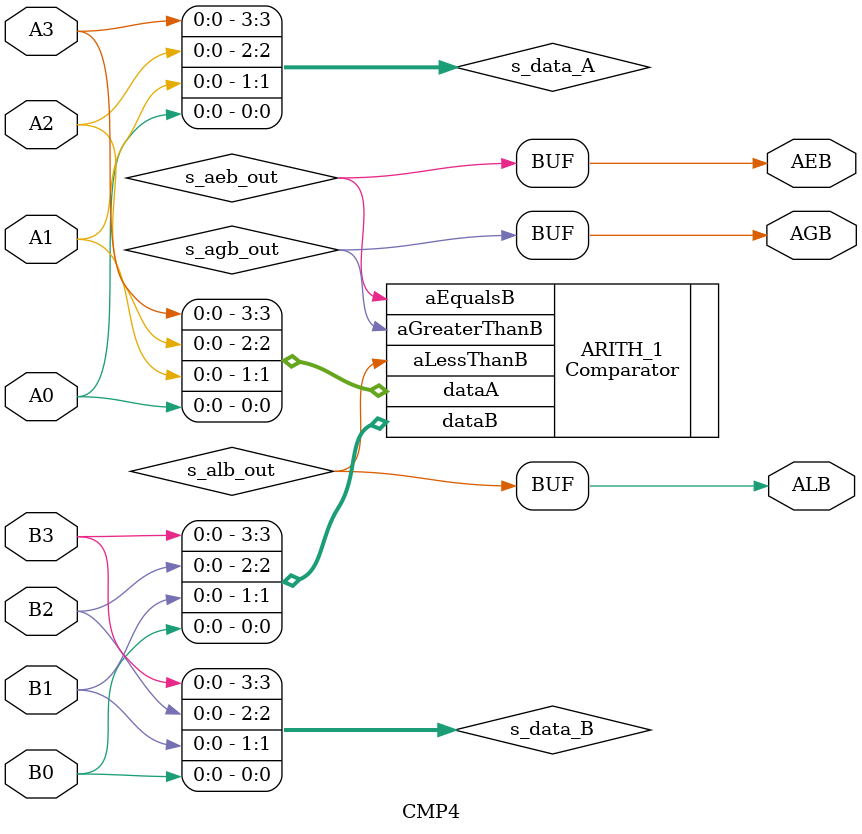
<source format=v>
/**************************************************************************
** ND120 Shared                                                          **
**                                                                       **
** Component: CMP4 (4 bit comparator)                                    **
**                                                                       **
** Last reviewed: 9-NOV-2024                                             **
** Ronny Hansen                                                          **
***************************************************************************/

module CMP4 (
    input A0,  //! A bit 0
    input A1,  //! A bit 1
    input A2,  //! A bit 2
    input A3,  //! A bit 3

    input B0,  //! B bit 0
    input B1,  //! B bit 1
    input B2,  //! B bit 2
    input B3,  //! B bit 3

    output AEB,  //! A EQUAL B
    output AGB,  //! A GREATER THEN B
    output ALB   //! A LESS THAN B
);

  /*******************************************************************************
   ** The wires are defined here                                                 **
   *******************************************************************************/
  wire [3:0] s_data_A;
  wire [3:0] s_data_B;
  wire       s_agb_out;
  wire       s_alb_out;
  wire       s_logisimNet10;
  wire       s_logisimNet11;
  wire       s_logisimNet12;
  wire       s_aeb_out;
  wire       s_logisimNet5;
  wire       s_logisimNet6;
  wire       s_logisimNet7;
  wire       s_logisimNet8;
  wire       s_logisimNet9;

  /*******************************************************************************
   ** The module functionality is described here                                 **
   *******************************************************************************/

  /*******************************************************************************
   ** Here all input connections are defined                                     **
   *******************************************************************************/
  assign s_data_A[0] = A0;
  assign s_data_A[1] = A1;
  assign s_data_A[2] = A2;
  assign s_data_A[3] = A3;

  assign s_data_B[0] = B0;
  assign s_data_B[1] = B1;
  assign s_data_B[2] = B2;
  assign s_data_B[3] = B3;

  /*******************************************************************************
   ** Here all output connections are defined                                    **
   *******************************************************************************/
  assign AEB = s_aeb_out;
  assign AGB = s_agb_out;
  assign ALB = s_alb_out;

  /*******************************************************************************
   ** Here all normal components are defined                                     **
   *******************************************************************************/
  Comparator #(
      .nrOfBits(4),
      .twosComplement(1)
  ) ARITH_1 (
      .aEqualsB(s_aeb_out),
      .aGreaterThanB(s_agb_out),
      .aLessThanB(s_alb_out),
      .dataA(s_data_A[3:0]),
      .dataB(s_data_B[3:0])
  );


endmodule

</source>
